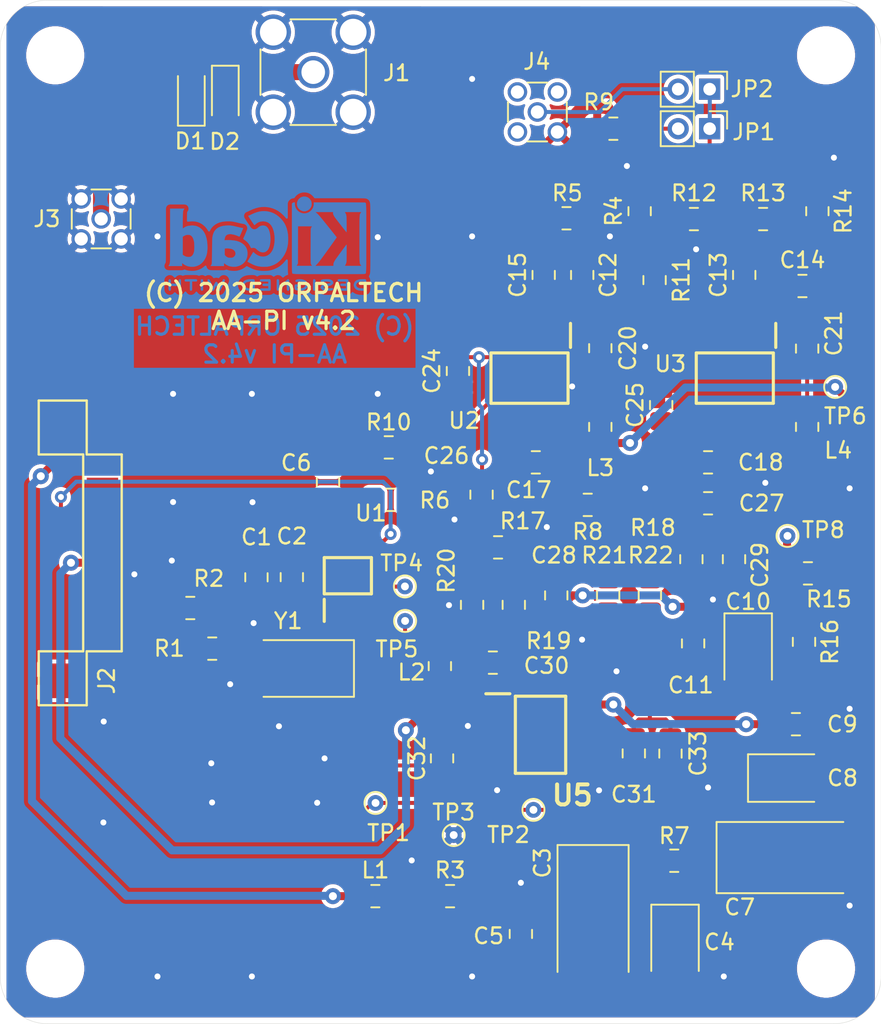
<source format=kicad_pcb>
(kicad_pcb (version 20241229) (generator "pcbnew") (generator_version "9.0")
  (title_block (title "AA-PI Radio Board") (date "2025-05-20") (rev "v4.2") (company "ORPALTECH") (comment 1 "2025"))
  (layers (0 "F.Cu" signal) (2 "B.Cu" signal) (13 "F.Paste" user) (15 "B.Paste" user) (5 "F.SilkS" user "F.Silkscreen") (7 "B.SilkS" user "B.Silkscreen") (1 "F.Mask" user) (3 "B.Mask" user) (25 "Edge.Cuts" user))
  (net 0 "")
  (net 1 "GND")
  (net 2 "/VDD_3V3")
  (net 3 "+5V")
  (net 4 "+2V5")
  (net 5 "VI")
  (net 6 "VV")
  (net 7 "Net-(U1-CLK0)")
  (net 8 "Net-(U2-IN_A)")
  (net 9 "+3V3")
  (net 10 "Net-(U3-IN_B)")
  (net 11 "Net-(U3-IN_A)")
  (net 12 "Net-(U2-IN_B)")
  (net 13 "Net-(C27-Pad2)")
  (net 14 "Net-(C28-Pad1)")
  (net 15 "OUT_VI")
  (net 16 "OUT_VV")
  (net 17 "Net-(U2-OSC_B)")
  (net 18 "I2C_SCL")
  (net 19 "I2C_SDA")
  (net 20 "Net-(U3-OSC_B)")
  (net 21 "Net-(U2-VCC)")
  (net 22 "Net-(R10-Pad2)")
  (net 23 "Net-(U3-VCC)")
  (net 24 "Net-(U2-OUT_A)")
  (net 25 "Net-(U3-OUT_B)")
  (net 26 "Net-(U5A--)")
  (net 27 "Net-(U5B--)")
  (net 28 "/RADIO_IN")
  (net 29 "/CLK_ADC")
  (net 30 "Net-(J4-In)")
  (net 31 "Net-(U1-CLK1)")
  (net 32 "Net-(C30-Pad2)")
  (net 33 "Net-(U1-XB)")
  (net 34 "Net-(U1-XA)")
  (net 35 "Net-(C31-Pad2)")
  (net 36 "Net-(C29-Pad1)")
  (net 37 "Net-(C26-Pad2)")
  (net 38 "Net-(R12-Pad2)")
  (net 39 "Net-(C17-Pad2)")
  (net 40 "Net-(C6-Pad2)")
  (net 41 "Net-(C3-Pad1)")
  (net 42 "Net-(L1-Pad2)")
  (net 43 "/V_IN")
  (net 48 "Net-(JP1-A)")
  (net 49 "Net-(JP1-B)")
  (footprint "AA-PI-Footprints:C_0805_2012Metric_Pad1.15x1.40mm_HandSolder" (layer "F.Cu") (at 116.29 111.65 90)
    (property "Reference" "C1")
    (property "Value" "100p" (hide yes))
  )
  (footprint "AA-PI-Footprints:C_0805_2012Metric_Pad1.15x1.40mm_HandSolder" (layer "F.Cu") (at 118.54 111.64 90)
    (property "Reference" "C2")
    (property "Value" "100n" (hide yes))
  )
  (footprint "AA-PI-Footprints:CP_EIA-7343-31_Kemet-D" (layer "F.Cu") (at 137.69 133.0625 -90)
    (property "Reference" "C3")
    (property "Value" "100u" (hide yes))
  )
  (footprint "AA-PI-Footprints:C_0805_2012Metric_Pad1.15x1.40mm_HandSolder" (layer "F.Cu") (at 120.84 105.61 90)
    (property "Reference" "C6")
    (property "Value" "100n" (hide yes))
  )
  (footprint "AA-PI-Footprints:C_0805_2012Metric_Pad1.15x1.40mm_HandSolder" (layer "F.Cu") (at 150.585 120.98)
    (property "Reference" "C9")
    (property "Value" "100n" (hide yes))
  )
  (footprint "AA-PI-Footprints:C_0805_2012Metric_Pad1.15x1.40mm_HandSolder" (layer "F.Cu") (at 144.05 115.85 -90)
    (property "Reference" "C11")
    (property "Value" "100n" (hide yes))
  )
  (footprint "AA-PI-Footprints:C_0805_2012Metric_Pad1.15x1.40mm_HandSolder" (layer "F.Cu") (at 151 93.15 180)
    (property "Reference" "C14")
    (property "Value" "100n" (hide yes))
  )
  (footprint "AA-PI-Footprints:C_0805_2012Metric_Pad1.15x1.40mm_HandSolder" (layer "F.Cu") (at 134.55 92.45 90)
    (property "Reference" "C15")
    (property "Value" "100n" (hide yes))
  )
  (footprint "AA-PI-Footprints:C_0805_2012Metric_Pad1.15x1.40mm_HandSolder" (layer "F.Cu") (at 134.05 104.35)
    (property "Reference" "C17")
    (property "Value" "10n" (hide yes))
  )
  (footprint "AA-PI-Footprints:C_0805_2012Metric_Pad1.15x1.40mm_HandSolder" (layer "F.Cu") (at 145 104.35)
    (property "Reference" "C18")
    (property "Value" "10n" (hide yes))
  )
  (footprint "AA-PI-Footprints:C_0805_2012Metric_Pad1.15x1.40mm_HandSolder" (layer "F.Cu") (at 138.15 97.1 90)
    (property "Reference" "C20")
    (property "Value" "100n" (hide yes))
  )
  (footprint "AA-PI-Footprints:C_0805_2012Metric_Pad1.15x1.40mm_HandSolder" (layer "F.Cu") (at 151.3 97.125 90)
    (property "Reference" "C21")
    (property "Value" "100n" (hide yes))
  )
  (footprint "AA-PI-Footprints:C_0805_2012Metric_Pad1.15x1.40mm_HandSolder" (layer "F.Cu") (at 129.1 98.55 -90)
    (property "Reference" "C24")
    (property "Value" "300p" (hide yes))
  )
  (footprint "AA-PI-Footprints:C_0805_2012Metric_Pad1.15x1.40mm_HandSolder" (layer "F.Cu") (at 142.02 100.71 90)
    (property "Reference" "C25")
    (property "Value" "300p" (hide yes))
  )
  (footprint "AA-PI-Footprints:C_0805_2012Metric_Pad1.15x1.40mm_HandSolder" (layer "F.Cu") (at 130.6 106.4 -90)
    (property "Reference" "C26")
    (property "Value" "100n" (hide yes))
  )
  (footprint "AA-PI-Footprints:C_0805_2012Metric_Pad1.15x1.40mm_HandSolder" (layer "F.Cu") (at 145 106.95 180)
    (property "Reference" "C27")
    (property "Value" "100n" (hide yes))
  )
  (footprint "AA-PI-Footprints:D_SOD-323_HandSoldering" (layer "F.Cu") (at 112.15 81.07 90)
    (property "Reference" "D1")
    (property "Value" "4148" (hide yes))
  )
  (footprint "AA-PI-Footprints:D_SOD-323_HandSoldering" (layer "F.Cu") (at 114.31 81.06 -90)
    (property "Reference" "D2")
    (property "Value" "4148" (hide yes))
  )
  (footprint "AA-PI-Footprints:1.25-AB-SMT-10pin-Vertical" (layer "F.Cu") (at 106.5 110.1 -90)
    (property "Reference" "J2")
    (property "Value" "Main Board")
  )
  (footprint "AA-PI-Footprints:L_0805_2012Metric_Pad1.15x1.40mm_HandSolder" (layer "F.Cu") (at 123.85 131.9)
    (property "Reference" "L1")
    (property "Value" "0.5" (hide yes))
  )
  (footprint "AA-PI-Footprints:L_0805_2012Metric_Pad1.15x1.40mm_HandSolder" (layer "F.Cu") (at 127.95 117.29 90)
    (property "Reference" "L2")
    (property "Value" "0.5" (hide yes))
  )
  (footprint "AA-PI-Footprints:L_0805_2012Metric_Pad1.15x1.40mm_HandSolder" (layer "F.Cu") (at 138.15 102.1 90)
    (property "Reference" "L3")
    (property "Value" "0.5" (hide yes))
  )
  (footprint "AA-PI-Footprints:R_0805_2012Metric_Pad1.15x1.40mm_HandSolder" (layer "F.Cu") (at 113.48 116.18)
    (property "Reference" "R1")
    (property "Value" "10K" (hide yes))
  )
  (footprint "AA-PI-Footprints:R_0805_2012Metric_Pad1.15x1.40mm_HandSolder" (layer "F.Cu") (at 112.085 113.6)
    (property "Reference" "R2")
    (property "Value" "10K" (hide yes))
  )
  (footprint "AA-PI-Footprints:R_0805_2012Metric_Pad1.15x1.40mm_HandSolder" (layer "F.Cu") (at 128.6 131.9)
    (property "Reference" "R3")
    (property "Value" "12" (hide yes))
  )
  (footprint "AA-PI-Footprints:R_0805_2012Metric_Pad1.15x1.40mm_HandSolder" (layer "F.Cu") (at 140.65 88.4 90)
    (property "Reference" "R4")
    (property "Value" "200" (hide yes))
  )
  (footprint "AA-PI-Footprints:R_0805_2012Metric_Pad1.15x1.40mm_HandSolder" (layer "F.Cu") (at 136 88.85 180)
    (property "Reference" "R5")
    (property "Value" "5.1" (hide yes))
  )
  (footprint "AA-PI-Footprints:R_0805_2012Metric_Pad1.15x1.40mm_HandSolder" (layer "F.Cu") (at 124.82 106.73)
    (property "Reference" "R6")
    (property "Value" "1.5K" (hide yes))
  )
  (footprint "AA-PI-Footprints:R_0805_2012Metric_Pad1.15x1.40mm_HandSolder" (layer "F.Cu") (at 142.85 129.65)
    (property "Reference" "R7")
    (property "Value" "10" (hide yes))
  )
  (footprint "AA-PI-Footprints:R_0805_2012Metric_Pad1.15x1.40mm_HandSolder" (layer "F.Cu") (at 137.35 107.05)
    (property "Reference" "R8")
    (property "Value" "51" (hide yes))
  )
  (footprint "AA-PI-Footprints:R_0805_2012Metric_Pad1.15x1.40mm_HandSolder" (layer "F.Cu") (at 124.7 103.4)
    (property "Reference" "R10")
    (property "Value" "510" (hide yes))
  )
  (footprint "AA-PI-Footprints:R_0805_2012Metric_Pad1.15x1.40mm_HandSolder" (layer "F.Cu") (at 141.6 92.775 90)
    (property "Reference" "R11")
    (property "Value" "51" (hide yes))
  )
  (footprint "AA-PI-Footprints:R_0805_2012Metric_Pad1.15x1.40mm_HandSolder" (layer "F.Cu") (at 144.1 88.9)
    (property "Reference" "R12")
    (property "Value" "200" (hide yes))
  )
  (footprint "AA-PI-Footprints:R_0805_2012Metric_Pad1.15x1.40mm_HandSolder" (layer "F.Cu") (at 148.5 88.9)
    (property "Reference" "R13")
    (property "Value" "51" (hide yes))
  )
  (footprint "AA-PI-Footprints:R_0805_2012Metric_Pad1.15x1.40mm_HandSolder" (layer "F.Cu") (at 151.95 88.4 -90)
    (property "Reference" "R14")
    (property "Value" "5.1" (hide yes))
  )
  (footprint "AA-PI-Footprints:R_0805_2012Metric_Pad1.15x1.40mm_HandSolder" (layer "F.Cu") (at 151.35 111.4 180)
    (property "Reference" "R15")
    (property "Value" "3.3K" (hide yes))
  )
  (footprint "AA-PI-Footprints:R_0805_2012Metric_Pad1.15x1.40mm_HandSolder" (layer "F.Cu") (at 151.1 115.75 -90)
    (property "Reference" "R16")
    (property "Value" "3.3K" (hide yes))
  )
  (footprint "AA-PI-Footprints:R_0805_2012Metric_Pad1.15x1.40mm_HandSolder" (layer "F.Cu") (at 131.65 109.75)
    (property "Reference" "R17")
    (property "Value" "12K" (hide yes))
  )
  (footprint "AA-PI-Footprints:R_0805_2012Metric_Pad1.15x1.40mm_HandSolder" (layer "F.Cu") (at 143.94 110.5 -90)
    (property "Reference" "R18")
    (property "Value" "12K" (hide yes))
  )
  (footprint "AA-PI-Footprints:R_0805_2012Metric_Pad1.15x1.40mm_HandSolder" (layer "F.Cu") (at 132.65 113.4 -90)
    (property "Reference" "R19")
    (property "Value" "12K" (hide yes))
  )
  (footprint "AA-PI-Footprints:R_0805_2012Metric_Pad1.15x1.40mm_HandSolder" (layer "F.Cu") (at 130 113.4 -90)
    (property "Reference" "R20")
    (property "Value" "75K" (hide yes))
  )
  (footprint "AA-PI-Footprints:SOP50P490X110-10N" (layer "F.Cu") (at 122.1 111.55 90)
    (property "Reference" "U1")
    (property "Value" "Si5351A" (hide yes))
  )
  (footprint "AA-PI-Footprints:SOIC127P600X175-8N" (layer "F.Cu") (at 133.65 99 -90)
    (property "Reference" "U2")
    (property "Value" "SA612A" (hide yes))
  )
  (footprint "AA-PI-Footprints:SOIC127P600X175-8N" (layer "F.Cu") (at 146.7 99 -90)
    (property "Reference" "U3")
    (property "Value" "SA612A" (hide yes))
  )
  (footprint "AA-PI-Footprints:Crystal_SMD_5032-2Pin_5.0x3.2mm" (layer "F.Cu") (at 119.44 117.44 180)
    (property "Reference" "Y1")
    (property "Value" "27M" (hide yes))
  )
  (footprint "AA-PI-Footprints:L_0805_2012Metric_Pad1.15x1.40mm_HandSolder" (layer "F.Cu") (at 151.3 102.1 90)
    (property "Reference" "L4")
    (property "Value" "0.5" (hide yes))
  )
  (footprint "AA-PI-Footprints:C_0805_2012Metric_Pad1.15x1.40mm_HandSolder" (layer "F.Cu") (at 140.28 122.835 90)
    (property "Reference" "C31")
    (property "Value" "82p" (hide yes))
  )
  (footprint "AA-PI-Footprints:C_0805_2012Metric_Pad1.15x1.40mm_HandSolder" (layer "F.Cu") (at 131.32 117.07 180)
    (property "Reference" "C30")
    (property "Value" "82p" (hide yes))
  )
  (footprint "AA-PI-Footprints:C_0805_2012Metric_Pad1.15x1.40mm_HandSolder" (layer "F.Cu") (at 146.65 110.5 -90)
    (property "Reference" "C29")
    (property "Value" "1n" (hide yes))
  )
  (footprint "AA-PI-Footprints:C_0805_2012Metric_Pad1.15x1.40mm_HandSolder" (layer "F.Cu") (at 133.1 134.3 -90)
    (property "Reference" "C5")
    (property "Value" "100n" (hide yes))
  )
  (footprint "AA-PI-Footprints:C_0805_2012Metric_Pad1.15x1.40mm_HandSolder" (layer "F.Cu") (at 147.3 92.45 -90)
    (property "Reference" "C13")
    (property "Value" "100n" (hide yes))
  )
  (footprint "AA-PI-Footprints:CP_EIA-7343-31_Kemet-D" (layer "F.Cu") (at 149.95 129.45)
    (property "Reference" "C7")
    (property "Value" "100u" (hide yes))
  )
  (footprint "AA-PI-Footprints:CP_EIA-3528-21_Kemet-B" (layer "F.Cu") (at 147.55 116.4 -90)
    (property "Reference" "C10")
    (property "Value" "10u" (hide yes))
  )
  (footprint "AA-PI-Footprints:CP_EIA-3528-21_Kemet-B" (layer "F.Cu") (at 142.9 134.9 -90)
    (property "Reference" "C4")
    (property "Value" "47u" (hide yes))
  )
  (footprint "AA-PI-Footprints:CP_EIA-3528-21_Kemet-B" (layer "F.Cu") (at 150 124.4)
    (property "Reference" "C8")
    (property "Value" "22u" (hide yes))
  )
  (footprint "AA-PI-Footprints:C_0805_2012Metric_Pad1.15x1.40mm_HandSolder" (layer "F.Cu") (at 137 92.45 -90)
    (property "Reference" "C12")
    (property "Value" "100n" (hide yes))
  )
  (footprint "AA-PI-Footprints:MMCX_Molex_73415-1471_Vertical" (layer "F.Cu") (at 106.42 88.89)
    (property "Reference" "J3")
    (property "Value" "INDUCT" (hide yes))
  )
  (footprint "AA-PI-Footprints:MMCX_Molex_73415-1471_Vertical" (layer "F.Cu") (at 134.15 82.1)
    (property "Reference" "J4")
    (property "Value" "INDUCT" (hide yes))
  )
  (footprint "AA-PI-Footprints:C_0805_2012Metric_Pad1.15x1.40mm_HandSolder" (layer "F.Cu") (at 128.09 123.15 -90)
    (property "Reference" "C32")
    (property "Value" "10u" (hide yes))
  )
  (footprint "AA-PI-Footprints:C_0805_2012Metric_Pad1.15x1.40mm_HandSolder" (layer "F.Cu") (at 142.61 122.845 -90)
    (property "Reference" "C33")
    (property "Value" "10u" (hide yes))
  )
  (footprint "AA-PI-Footprints:C_0805_2012Metric_Pad1.15x1.40mm_HandSolder" (layer "F.Cu") (at 135.35 112.8 -90)
    (property "Reference" "C28")
    (property "Value" "1n" (hide yes))
  )
  (footprint "AA-PI-Footprints:R_0805_2012Metric_Pad1.15x1.40mm_HandSolder" (layer "F.Cu") (at 141.3 112.8 -90)
    (property "Reference" "R22")
    (property "Value" "75K" (hide yes))
  )
  (footprint "AA-PI-Footprints:R_0805_2012Metric_Pad1.15x1.40mm_HandSolder" (layer "F.Cu") (at 138.65 112.8 -90)
    (property "Reference" "R21")
    (property "Value" "12K" (hide yes))
  )
  (footprint "AA-PI-Footprints:R_0805_2012Metric_Pad1.15x1.40mm_HandSolder" (layer "F.Cu") (at 138.98 83.16 180)
    (property "Reference" "R9")
    (property "Value" "51" (hide yes))
  )
  (footprint "MountingHole:MountingHole_3.2mm_M3_DIN965" (layer "F.Cu") (at 103.5 78.5)
    (property "Reference" "MH1" (hide yes))
    (property "Value" "MountingHole_3.2mm_M3_DIN965" (hide yes))
  )
  (footprint "MountingHole:MountingHole_3.2mm_M3_DIN965" (layer "F.Cu") (at 152.5 78.5)
    (property "Reference" "MH2" (hide yes))
    (property "Value" "MountingHole_3.2mm_M3_DIN965" (hide yes))
  )
  (footprint "MountingHole:MountingHole_3.2mm_M3_DIN965" (layer "F.Cu") (at 103.5 136.5)
    (property "Reference" "MH3" (hide yes))
    (property "Value" "MountingHole_3.2mm_M3_DIN965" (hide yes))
  )
  (footprint "MountingHole:MountingHole_3.2mm_M3_DIN965" (layer "F.Cu") (at 152.5 136.5)
    (property "Reference" "MH4" (hide yes))
    (property "Value" "MountingHole_3.2mm_M3_DIN965" (hide yes))
  )
  (footprint "AA-PI-Footprints:SMA_Amphenol_901-144_Vertical" (layer "F.Cu") (at 119.9 79.57)
    (property "Reference" "J1")
    (property "Value" "ANT-IN")
  )
  (footprint "AA-PI-Footprints:SOIC127P600X175-8N" (layer "F.Cu") (at 134.35 121.65)
    (property "Reference" "U5")
    (property "Value" "MC4558" (hide yes))
  )
  (footprint "AA-PI-Footprints:TestPoint_THTPad_D1.0mm_Drill0.5mm" (layer "F.Cu") (at 125.74 114.42)
    (property "Reference" "TP5")
    (property "Value" "TestPoint" (hide yes))
  )
  (footprint "AA-PI-Footprints:PinHeader_1x02_P2.00mm_Vertical" (layer "F.Cu") (at 145.1 80.65 -90)
    (property "Reference" "JP2")
    (property "Value" "WORK")
  )
  (footprint "AA-PI-Footprints:TestPoint_THTPad_D1.0mm_Drill0.5mm" (layer "F.Cu") (at 125.73 112.23)
    (property "Reference" "TP4")
    (property "Value" "TestPoint" (hide yes))
  )
  (footprint "AA-PI-Footprints:TestPoint_THTPad_D1.0mm_Drill0.5mm" (layer "F.Cu") (at 153.08 99.56)
    (property "Reference" "TP6")
    (property "Value" "TestPoint" (hide yes))
  )
  (footprint "AA-PI-Footprints:TestPoint_THTPad_D1.0mm_Drill0.5mm" (layer "F.Cu") (at 150.05 109.02)
    (property "Reference" "TP8")
    (property "Value" "TestPoint" (hide yes))
  )
  (footprint "AA-PI-Footprints:TestPoint_THTPad_D1.0mm_Drill0.5mm" (layer "F.Cu") (at 123.86 125.98)
    (property "Reference" "TP1")
    (property "Value" "TestPoint" (hide yes))
  )
  (footprint "AA-PI-Footprints:TestPoint_THTPad_D1.0mm_Drill0.5mm" (layer "F.Cu") (at 128.83 128.02)
    (property "Reference" "TP3")
    (property "Value" "TestPoint" (hide yes))
  )
  (footprint "AA-PI-Footprints:PinHeader_1x02_P2.00mm_Vertical" (layer "F.Cu") (at 145.1 83.16 -90)
    (property "Reference" "JP1")
    (property "Value" "HWCAL")
  )
  (footprint "AA-PI-Footprints:TestPoint_THTPad_D1.0mm_Drill0.5mm" (layer "F.Cu") (at 133.9 126.42)
    (property "Reference" "TP2")
    (property "Value" "TestPoint" (hide yes))
  )
  (footprint "Symbol:KiCad-Logo2_5mm_Copper" (layer "B.Cu") (at 116.99 90.45 180)
    (property "Reference" "REF**" (hide yes))
    (property "Value" "KiCad-Logo2_5mm_Copper" (hide yes))
  )
  (gr_arc (start 100 78) (mid 100.87868 75.87868) (end 103 75) (stroke (width 0.0254)) (layer "Edge.Cuts"))
  (gr_arc (start 103 140) (mid 100.87868 139.12132) (end 100 137) (stroke (width 0.0254)) (layer "Edge.Cuts"))
  (gr_line (start 156 137) (end 156 78) (stroke (width 0.0254)) (layer "Edge.Cuts"))
  (gr_line (start 100 78) (end 100 137) (stroke (width 0.0254)) (layer "Edge.Cuts"))
  (gr_arc (start 153 75) (mid 155.12132 75.87868) (end 156 78) (stroke (width 0.0254)) (layer "Edge.Cuts"))
  (gr_arc (start 156 137) (mid 155.12132 139.12132) (end 153 140) (stroke (width 0.0254)) (layer "Edge.Cuts"))
  (gr_line (start 153 75) (end 103 75) (stroke (width 0.0254)) (layer "Edge.Cuts"))
  (gr_line (start 103 140) (end 153 140) (stroke (width 0.0254)) (layer "Edge.Cuts"))
  (gr_text "(C) ${COMMENT1} ${COMPANY}\nAA-PI ${REVISION}" (at 117.45 96.6 0) (layer "B.Cu") (effects (font (size 1.1 1.1) (thickness 0.2)) (justify mirror)))
  (gr_text "(C) ${COMMENT1} ${COMPANY}\nAA-PI ${REVISION}" (at 118.02 94.47 0) (layer "F.SilkS") (effects (font (size 1.1 1.1) (thickness 0.2))))
  (segment (start 146.065 96.288) (end 146.288 96.511) (width 0.254) (layer "F.Cu") (net 1))
  (segment (start 133.015 97.3261) (end 133.015 96.288) (width 0.254) (layer "F.Cu") (net 1))
  (segment (start 151.95 89.425) (end 151.6782 89.874) (width 0.254) (layer "F.Cu") (net 1))
  (segment (start 103.9 118.225) (end 103.88 118.205) (width 0.254) (layer "F.Cu") (net 1))
  (segment (start 141.6 93.8) (end 141.65 93.85) (width 0.254) (layer "F.Cu") (net 1))
  (segment (start 129.1 99.575) (end 129.155 99.52) (width 0.254) (layer "F.Cu") (net 1))
  (segment (start 106.485 105.71) (end 106.5 105.725) (width 0.254) (layer "F.Cu") (net 1))
  (segment (start 152.025 93.15) (end 152.025 93.6597) (width 0.254) (layer "F.Cu") (net 1))
  (segment (start 151.32 96.12) (end 151.3 96.1) (width 0.254) (layer "F.Cu") (net 1))
  (segment (start 133.238 95.6525) (end 133.015 96.288) (width 0.254) (layer "F.Cu") (net 1))
  (segment (start 151.6782 89.874) (end 152.03 89.874) (width 0.254) (layer "F.Cu") (net 1))
  (segment (start 146.065 96.288) (end 146.07 96.283) (width 0.254) (layer "F.Cu") (net 1))
  (segment (start 105.06 90.25) (end 105.06 90.17) (width 0.254) (layer "F.Cu") (net 1))
  (segment (start 134.66 91.315) (end 134.55 91.425) (width 0.254) (layer "F.Cu") (net 1))
  (segment (start 147.55 117.9375) (end 147.5125 117.9) (width 0.254) (layer "F.Cu") (net 1))
  (segment (start 146.07 96.283) (end 146.07 95.8805) (width 0.254) (layer "F.Cu") (net 1))
  (segment (start 134.875 88.95) (end 134.975 88.85) (width 0.254) (layer "F.Cu") (net 1))
  (segment (start 129.155 99.52) (end 131.639999 99.52) (width 0.254) (layer "F.Cu") (net 1))
  (segment (start 134.975 88.85) (end 135.0218 89.424) (width 0.254) (layer "F.Cu") (net 1))
  (segment (start 133.03 98.129999) (end 133.03 97.3411) (width 0.254) (layer "F.Cu") (net 1))
  (segment (start 103.87 118.255) (end 103.9 118.225) (width 0.254) (layer "F.Cu") (net 1))
  (segment (start 144.05 117.2218) (end 144.05 116.875) (width 0.254) (layer "F.Cu") (net 1))
  (segment (start 103.9 118.225) (end 104.9919 117.252) (width 0.254) (layer "F.Cu") (net 1))
  (segment (start 152.025 93.6597) (end 152.09 93.7247) (width 0.254) (layer "F.Cu") (net 1))
  (segment (start 151.39 96.01) (end 151.3 96.1) (width 0.254) (layer "F.Cu") (net 1))
  (segment (start 103.9 101.975) (end 104.9919 102.948) (width 0.254) (layer "F.Cu") (net 1))
  (segment (start 134.55 91.425) (end 134.495 91.37) (width 0.254) (layer "F.Cu") (net 1))
  (segment (start 133.03 97.3411) (end 133.015 97.3261) (width 0.254) (layer "F.Cu") (net 1))
  (segment (start 103.9 118.225) (end 105.073 117.252) (width 0.254) (layer "F.Cu") (net 1))
  (segment (start 131.639999 99.52) (end 133.03 98.129999) (width 0.254) (layer "F.Cu") (net 1))
  (segment (start 152.03 93.145) (end 152.025 93.15) (width 0.254) (layer "F.Cu") (net 1))
  (segment (start 146.07 95.8805) (end 146.06 95.8705) (width 0.254) (layer "F.Cu") (net 1))
  (via (at 130 90) (size 0.762) (drill 0.381) (layers "F.Cu" "B.Cu") (net 1))
  (via (at 130 80) (size 0.762) (drill 0.381) (layers "F.Cu" "B.Cu") (net 1))
  (via (at 110.99 100) (size 0.762) (drill 0.381) (layers "F.Cu" "B.Cu") (net 1))
  (via (at 116 100) (size 0.762) (drill 0.381) (layers "F.Cu" "B.Cu") (net 1))
  (via (at 110.99 106.87) (size 0.762) (drill 0.381) (layers "F.Cu" "B.Cu") (net 1))
  (via (at 106.58 120.81) (size 0.762) (drill 0.381) (layers "F.Cu" "B.Cu") (net 1))
  (via (at 116.04 106.88) (size 0.762) (drill 0.381) (layers "F.Cu" "B.Cu") (net 1))
  (via (at 110 137) (size 0.762) (drill 0.381) (layers "F.Cu" "B.Cu") (net 1))
  (via (at 116 137) (size 0.762) (drill 0.381) (layers "F.Cu" "B.Cu") (net 1))
  (via (at 130 137) (size 0.762) (drill 0.381) (layers "F.Cu" "B.Cu") (net 1))
  (via (at 153 85) (size 0.762) (drill 0.381) (layers "F.Cu" "B.Cu") (net 1))
  (via (at 154 120) (size 0.762) (drill 0.381) (layers "F.Cu" "B.Cu") (net 1))
  (via (at 154 132.5) (size 0.762) (drill 0.381) (layers "F.Cu" "B.Cu") (net 1))
  (via (at 154 106) (size 0.762) (drill 0.381) (layers "F.Cu" "B.Cu") (net 1))
  (via (at 116.11 114.56) (size 0.762) (drill 0.381) (layers "F.Cu" "B.Cu") (net 1))
  (via (at 133.1 131.05) (size 0.762) (drill 0.381) (layers "F.Cu" "B.Cu") (net 1))
  (via (at 148.64 105.65) (size 0.762) (drill 0.381) (layers "F.Cu" "B.Cu") (net 1))
  (via (at 146 137) (size 0.762) (drill 0.381) (layers "F.Cu" "B.Cu") (net 1))
  (via (at 145 125) (size 0.762) (drill 0.381) (layers "F.Cu" "B.Cu") (net 1))
  (via (at 136.36 99.53) (size 0.762) (drill 0.381) (layers "F.Cu" "B.Cu") (net 1))
  (via (at 124 100) (size 0.762) (drill 0.381) (layers "F.Cu" "B.Cu") (net 1))
  (via (at 127.38 104.93) (size 0.762) (drill 0.381) (layers "F.Cu" "B.Cu") (net 1))
  (via (at 113.42 123.46) (size 0.762) (drill 0.381) (layers "F.Cu" "B.Cu") (net 1))
  (via (at 141 106) (size 0.762) (drill 0.381) (layers "F.Cu" "B.Cu") (net 1))
  (via (at 141 97) (size 0.762) (drill 0.381) (layers "F.Cu" "B.Cu") (net 1))
  (via (at 138.76 90) (size 0.762) (drill 0.381) (layers "F.Cu" "B.Cu") (net 1))
  (via (at 124 90.05) (size 0.762) (drill 0.381) (layers "F.Cu" "B.Cu") (net 1))
  (via (at 128.53 113.42) (size 0.762) (drill 0.381) (layers "F.Cu" "B.Cu") (net 1))
  (via (at 120.15 125.97) (size 0.762) (drill 0.381) (layers "F.Cu" "B.Cu") (net 1))
  (via (at 120.62 123.15) (size 0.762) (drill 0.381) (layers "F.Cu" "B.Cu") (net 1))
  (via (at 106.56 127.22) (size 0.762) (drill 0.381) (layers "F.Cu" "B.Cu") (net 1))
  (via (at 134.75 108.46) (size 0.762) (drill 0.381) (layers "F.Cu" "B.Cu") (net 1))
  (via (at 114.62 118.44) (size 0.762) (drill 0.381) (layers "F.Cu" "B.Cu") (net 1))
  (via (at 144.24 90.82) (size 0.762) (drill 0.381) (layers "F.Cu" "B.Cu") (net 1))
  (via (at 136.99 115.61) (size 0.762) (drill 0.381) (layers "F.Cu" "B.Cu") (net 1))
  (via (at 128.88 107.98) (size 0.762) (drill 0.381) (layers "F.Cu" "B.Cu") (net 1))
  (via (at 110.91 110.59) (size 0.762) (drill 0.381) (layers "F.Cu" "B.Cu") (net 1))
  (via (at 117.72 121.11) (size 0.762) (drill 0.381) (layers "F.Cu" "B.Cu") (net 1))
  (via (at 139.18 117.62) (size 0.762) (drill 0.381) (layers "F.Cu" "B.Cu") (net 1))
  (via (at 113.47 125.95) (size 0.762) (drill 0.381) (layers "F.Cu" "B.Cu") (net 1))
  (via (at 126.16 129.63) (size 0.762) (drill 0.381) (layers "F.Cu" "B.Cu") (net 1))
  (via (at 139.84 85.53) (size 0.762) (drill 0.381) (layers "F.Cu" "B.Cu") (net 1))
  (via (at 129.73 121.09) (size 0.762) (drill 0.381) (layers "F.Cu" "B.Cu") (net 1))
  (via (at 131.59 125.17) (size 0.762) (drill 0.381) (layers "F.Cu" "B.Cu") (net 1))
  (via (at 108.53 111.46) (size 0.762) (drill 0.381) (layers "F.Cu" "B.Cu") (net 1))
  (via (at 110 90) (size 0.762) (drill 0.381) (layers "F.Cu" "B.Cu") (net 1))
  (via (at 138.07 125.18) (size 0.762) (drill 0.381) (layers "F.Cu" "B.Cu") (net 1))
  (via (at 145.31 113.06) (size 0.762) (drill 0.381) (layers "F.Cu" "B.Cu") (net 1))
  (segment (start 121.077 112.68) (end 121.1 113.75) (width 0.254) (layer "F.Cu") (net 2))
  (segment (start 123.85 111.17) (end 124.51 110.51) (width 0.254) (layer "F.Cu") (net 2))
  (segment (start 121.119799 112.785839) (end 121.123 112.782638) (width 0.254) (layer "F.Cu") (net 2))
  (segment (start 122.6 111.17) (end 122.6 109.35) (width 0.254) (layer "F.Cu") (net 2))
  (segment (start 121.123 112.782638) (end 121.123 111.827) (width 0.254) (layer "F.Cu") (net 2))
  (segment (start 114.94 112.68) (end 121.077 112.68) (width 0.254) (layer "F.Cu") (net 2))
  (segment (start 114.44 113.6) (end 114.49 113.55) (width 0.254) (layer "F.Cu") (net 2))
  (segment (start 121.123 111.827) (end 121.78 111.17) (width 0.254) (layer "F.Cu") (net 2))
  (segment (start 126.76 110.51) (end 127.46 111.21) (width 0.254) (layer "F.Cu") (net 2))
  (segment (start 118.525 112.68) (end 118.54 112.665) (width 0.254) (layer "F.Cu") (net 2))
  (segment (start 113.11 113.6) (end 114.44 113.6) (width 0.254) (layer "F.Cu") (net 2))
  (segment (start 127.46 111.21) (end 127.46 114.53) (width 0.254) (layer "F.Cu") (net 2))
  (segment (start 114.47 113.57) (end 114.49 113.55) (width 0.254) (layer "F.Cu") (net 2))
  (segment (start 121.1 113.75) (end 121.119799 113.256747) (width 0.254) (layer "F.Cu") (net 2))
  (segment (start 114.49 113.55) (end 114.49 113.13) (width 0.254) (layer "F.Cu") (net 2))
  (segment (start 121.119799 113.256747) (end 121.119799 112.785839) (width 0.254) (layer "F.Cu") (net 2))
  (segment (start 127.95 115.02) (end 127.95 116.265) (width 0.254) (layer "F.Cu") (net 2))
  (segment (start 114.49 113.55) (end 114.505 113.565) (width 0.254) (layer "F.Cu") (net 2))
  (segment (start 121.78 111.17) (end 122.6 111.17) (width 0.254) (layer "F.Cu") (net 2))
  (segment (start 122.577 109.923) (end 122.6 109.35) (width 0.254) (layer "F.Cu") (net 2))
  (segment (start 124.51 110.51) (end 126.76 110.51) (width 0.254) (layer "F.Cu") (net 2))
  (segment (start 114.505 113.565) (end 114.505 116.18) (width 0.254) (layer "F.Cu") (net 2))
  (segment (start 122.6 111.17) (end 123.85 111.17) (width 0.254) (layer "F.Cu") (net 2))
  (segment (start 127.46 114.53) (end 127.95 115.02) (width 0.254) (layer "F.Cu") (net 2))
  (segment (start 114.49 113.13) (end 114.94 112.68) (width 0.254) (layer "F.Cu") (net 2))
  (segment (start 153.25 111.4) (end 152.375 111.4) (width 0.508) (layer "F.Cu") (net 3))
  (segment (start 148.4625 124.4) (end 148.4625 126.1675) (width 0.508) (layer "F.Cu") (net 3))
  (segment (start 149.56 120.98) (end 148.46 120.98) (width 0.508) (layer "F.Cu") (net 3))
  (segment (start 151.3 103.125) (end 153.165 103.125) (width 0.508) (layer "F.Cu") (net 3))
  (segment (start 153.74 102.55) (end 153.74 100.22) (width 0.508) (layer "F.Cu") (net 3))
  (segment (start 151.36 107.47) (end 152.375 108.485) (width 0.508) (layer "F.Cu") (net 3))
  (segment (start 147.49 126.56) (end 146.8375 127.2125) (width 0.508) (layer "F.Cu") (net 3))
  (segment (start 150.57 118.78) (end 152.77 118.78) (width 0.508) (layer "F.Cu") (net 3))
  (segment (start 151.3 103.125) (end 151.36 103.185) (width 0.508) (layer "F.Cu") (net 3))
  (segment (start 148.4625 120.9825) (end 148.46 120.98) (width 0.508) (layer "F.Cu") (net 3))
  (segment (start 148.4625 126.1675) (end 148.07 126.56) (width 0.508) (layer "F.Cu") (net 3))
  (segment (start 137.062 119.745) (end 137.077 119.73) (width 0.508) (layer "F.Cu") (net 3))
  (segment (start 148.46 120.98) (end 147.42 120.98) (width 0.508) (layer "F.Cu") (net 3))
  (segment (start 153.56 111.71) (end 153.25 111.4) (width 0.508) (layer "F.Cu") (net 3))
  (segment (start 140.04 103.12) (end 140.035 103.125) (width 0.508) (layer "F.Cu") (net 3))
  (segment (start 153.165 103.125) (end 153.74 102.55) (width 0.508) (layer "F.Cu") (net 3))
  (segment (start 152.49 111.515) (end 152.375 111.4) (width 0.508) (layer "F.Cu") (net 3))
  (segment (start 148.07 126.56) (end 147.49 126.56) (width 0.508) (layer "F.Cu") (net 3))
  (segment (start 137.077 119.73) (end 138.98 119.73) (width 0.508) (layer "F.Cu") (net 3))
  (segment (start 152.375 108.485) (end 152.375 111.4) (width 0.508) (layer "F.Cu") (net 3))
  (segment (start 153.56 117.99) (end 153.56 111.71) (width 0.508) (layer "F.Cu") (net 3))
  (segment (start 152.77 118.78) (end 153.56 117.99) (width 0.508) (layer "F.Cu") (net 3))
  (segment (start 146.8375 127.2125) (end 146.8375 129.45) (width 0.508) (layer "F.Cu") (net 3))
  (segment (start 149.56 119.79) (end 150.57 118.78) (width 0.508) (layer "F.Cu") (net 3))
  (segment (start 151.36 103.185) (end 151.36 107.47) (width 0.508) (layer "F.Cu") (net 3))
  (segment (start 143.875 129.65) (end 146.6375 129.65) (width 0.508) (layer "F.Cu") (net 3))
  (segment (start 140.035 103.125) (end 138.15 103.125) (width 0.508) (layer "F.Cu") (net 3))
  (segment (start 153.74 100.22) (end 153.08 99.56) (width 0.508) (layer "F.Cu") (net 3))
  (segment (start 146.6375 129.65) (end 146.8375 129.45) (width 0.508) (layer "F.Cu") (net 3))
  (segment (start 149.56 120.98) (end 149.56 119.79) (width 0.508) (layer "F.Cu") (net 3))
  (segment (start 148.4625 124.4) (end 148.4625 120.9825) (width 0.508) (layer "F.Cu") (net 3))
  (via (at 138.98 119.73) (size 1.016) (drill 0.508) (layers "F.Cu" "B.Cu") (net 3))
  (via (at 140.04 103.12) (size 1.016) (drill 0.508) (layers "F.Cu" "B.Cu") (net 3))
  (via (at 147.42 120.98) (size 1.016) (drill 0.508) (layers "F.Cu" "B.Cu") (net 3))
  (segment (start 143.56 99.6) (end 140.04 103.12) (width 0.508) (layer "B.Cu") (net 3))
  (segment (start 153.04 99.6) (end 143.56 99.6) (width 0.508) (layer "B.Cu") (net 3))
  (segment (start 153.08 99.56) (end 153.04 99.6) (width 0.508) (layer "B.Cu") (net 3))
  (segment (start 140.22 120.97) (end 138.98 119.73) (width 0.508) (layer "B.Cu") (net 3))
  (segment (start 146.69 120.98) (end 146.68 120.97) (width 0.508) (layer "B.Cu") (net 3))
  (segment (start 147.42 120.98) (end 146.69 120.98) (width 0.508) (layer "B.Cu") (net 3))
  (segment (start 146.68 120.97) (end 140.22 120.97) (width 0.508) (layer "B.Cu") (net 3))
  (segment (start 140.04 103.12) (end 140.04 103.13) (width 0.508) (layer "B.Cu") (net 3))
  (segment (start 135.35 113.825) (end 135.33 113.845) (width 0.508) (layer "F.Cu") (net 4))
  (segment (start 147.4675 114.78) (end 144.095 114.78) (width 0.508) (layer "F.Cu") (net 4))
  (segment (start 151.25 114.575) (end 151.1 114.725) (width 0.508) (layer "F.Cu") (net 4))
  (segment (start 135.973372 113.201628) (end 135.35 113.825) (width 0.508) (layer "F.Cu") (net 4))
  (segment (start 134.21 122.95) (end 134.575 123.315) (width 0.508) (layer "F.Cu") (net 4))
  (segment (start 147.55 114.8625) (end 147.4675 114.78) (width 0.508) (layer "F.Cu") (net 4))
  (segment (start 134.07 122.81) (end 134.81 123.55) (width 0.508) (layer "F.Cu") (net 4))
  (segment (start 137.03 112.8) (end 136.375 112.8) (width 0.508) (layer "F.Cu") (net 4))
  (segment (start 134.575 123.315) (end 134.575 123.305) (width 0.508) (layer "F.Cu") (net 4))
  (segment (start 150.35 110.38) (end 150.35 111.375) (width 0.508) (layer "F.Cu") (net 4))
  (segment (start 133.555 122.285) (end 131.638 122.285) (width 0.508) (layer "F.Cu") (net 4))
  (segment (start 150.325 112.625) (end 151.1 113.4) (width 0.508) (layer "F.Cu") (net 4))
  (segment (start 150.02 110.05) (end 150.35 110.38) (width 0.508) (layer "F.Cu") (net 4))
  (segment (start 150.35 111.375) (end 150.325 111.4) (width 0.508) (layer "F.Cu") (net 4))
  (segment (start 136.375 112.8) (end 135.973372 113.201628) (width 0.508) (layer "F.Cu") (net 4))
  (segment (start 134.07 122.8) (end 133.555 122.285) (width 0.508) (layer "F.Cu") (net 4))
  (segment (start 150.05 109.02) (end 150.02 109.05) (width 0.508) (layer "F.Cu") (net 4))
  (segment (start 134.07 122.8) (end 134.07 122.81) (width 0.508) (layer "F.Cu") (net 4))
  (segment (start 151.1 113.4) (end 151.1 114.725) (width 0.508) (layer "F.Cu") (net 4))
  (segment (start 144.095 114.78) (end 144.05 114.825) (width 0.508) (layer "F.Cu") (net 4))
  (segment (start 134.81 123.55) (end 137.057 123.55) (width 0.508) (layer "F.Cu") (net 4))
  (segment (start 144.05 113.89) (end 143.6825 113.5225) (width 0.508) (layer "F.Cu") (net 4))
  (segment (start 135.33 116.94) (end 134.21 118.06) (width 0.508) (layer "F.Cu") (net 4))
  (segment (start 143.6825 113.5225) (end 142.7475 113.5225) (width 0.508) (layer "F.Cu") (net 4))
  (segment (start 150.9625 114.8625) (end 147.55 114.8625) (width 0.508) (layer "F.Cu") (net 4))
  (segment (start 150.325 111.4) (end 150.325 112.625) (width 0.508) (layer "F.Cu") (net 4))
  (segment (start 134.21 118.06) (end 134.21 122.95) (width 0.508) (layer "F.Cu") (net 4))
  (segment (start 146.745 111.43) (end 150.295 111.43) (width 0.508) (layer "F.Cu") (net 4))
  (segment (start 137.057 123.55) (end 137.062 123.555) (width 0.508) (layer "F.Cu") (net 4))
  (segment (start 146.65 111.525) (end 146.745 111.43) (width 0.508) (layer "F.Cu") (net 4))
  (segment (start 135.33 113.845) (end 135.33 116.94) (width 0.508) (layer "F.Cu") (net 4))
  (segment (start 150.02 109.05) (end 150.02 110.05) (width 0.508) (layer "F.Cu") (net 4))
  (segment (start 150.295 111.43) (end 150.325 111.4) (width 0.508) (layer "F.Cu") (net 4))
  (segment (start 151.1 114.725) (end 150.9625 114.8625) (width 0.508) (layer "F.Cu") (net 4))
  (segment (start 134.575 123.305) (end 134.07 122.8) (width 0.508) (layer "F.Cu") (net 4))
  (segment (start 144.05 114.825) (end 144.05 113.89) (width 0.508) (layer "F.Cu") (net 4))
  (via (at 137.03 112.8) (size 1.016) (drill 0.508) (layers "F.Cu" "B.Cu") (net 4))
  (via (at 142.7475 113.5225) (size 1.016) (drill 0.508) (layers "F.Cu" "B.Cu") (net 4))
  (segment (start 142.025 112.8) (end 142.7475 113.5225) (width 0.508) (layer "B.Cu") (net 4))
  (segment (start 137.03 112.8) (end 142.025 112.8) (width 0.508) (layer "B.Cu") (net 4))
  (segment (start 137.0125 88.8375) (end 137.01 88.835) (width 0.254) (layer "F.Cu") (net 5))
  (segment (start 137.955 84.455) (end 137.955 83.16) (width 0.254) (layer "F.Cu") (net 5))
  (segment (start 137.09 84.46) (end 137.01 84.54) (width 0.254) (layer "F.Cu") (net 5))
  (segment (start 137.96 84.46) (end 137.955 84.455) (width 0.254) (layer "F.Cu") (net 5))
  (segment (start 137.0125 91.4125) (end 137.0125 88.8375) (width 0.254) (layer "F.Cu") (net 5))
  (segment (start 137.96 84.46) (end 137.09 84.46) (width 0.254) (layer "F.Cu") (net 5))
  (segment (start 137 91.425) (end 137.0125 91.4125) (width 0.254) (layer "F.Cu") (net 5))
  (segment (start 137.01 84.54) (end 137.01 88.835) (width 0.254) (layer "F.Cu") (net 5))
  (segment (start 137.025 88.85) (end 137.01 88.835) (width 0.254) (layer "F.Cu") (net 5))
  (segment (start 151.95 87.375) (end 151.935 87.39) (width 0.254) (layer "F.Cu") (net 6))
  (segment (start 151.95 87.375) (end 149.895 87.375) (width 0.254) (layer "F.Cu") (net 6))
  (segment (start 149.56 88.935) (end 149.56 90.86) (width 0.254) (layer "F.Cu") (net 6))
  (segment (start 149.56 90.86) (end 148.995 91.425) (width 0.254) (layer "F.Cu") (net 6))
  (segment (start 149.525 88.9) (end 149.56 88.935) (width 0.254) (layer "F.Cu") (net 6))
  (segment (start 148.995 91.425) (end 147.3 91.425) (width 0.254) (layer "F.Cu") (net 6))
  (segment (start 149.895 87.375) (end 149.525 87.745) (width 0.254) (layer "F.Cu") (net 6))
  (segment (start 149.525 87.745) (end 149.525 88.9) (width 0.254) (layer "F.Cu") (net 6))
  (segment (start 120.84 107.62) (end 121.1 107.88) (width 0.254) (layer "F.Cu") (net 7))
  (segment (start 120.84 106.635) (end 120.84 107.62) (width 0.254) (layer "F.Cu") (net 7))
  (segment (start 121.1 107.88) (end 121.1 109.35) (width 0.254) (layer "F.Cu") (net 7))
  (segment (start 137 93.475) (end 136.975 93.475) (width 0.254) (layer "F.Cu") (net 8))
  (segment (start 135.778 95.6525) (end 135.555 96.288) (width 0.254) (layer "F.Cu") (net 8))
  (segment (start 136.975 93.475) (end 135.555 94.895) (width 0.254) (layer "F.Cu") (net 8))
  (segment (start 135.555 94.895) (end 135.555 96.288) (width 0.254) (layer "F.Cu") (net 8))
  (segment (start 126.41 120.74) (end 126.41 118.83) (width 0.508) (layer "F.Cu") (net 9))
  (segment (start 126.925 118.315) (end 127.95 118.315) (width 0.508) (layer "F.Cu") (net 9))
  (segment (start 126.41 118.83) (end 126.925 118.315) (width 0.508) (layer "F.Cu") (net 9))
  (segment (start 125.79 121.36) (end 126.41 120.74) (width 0.508) (layer "F.Cu") (net 9))
  (segment (start 104.5 110.725) (end 106.5 110.725) (width 0.508) (layer "F.Cu") (net 9))
  (via (at 104.5 110.725) (size 1.016) (drill 0.508) (layers "F.Cu" "B.Cu") (net 9))
  (via (at 125.79 121.36) (size 1.016) (drill 0.508) (layers "F.Cu" "B.Cu") (net 9))
  (segment (start 103.82 121.88) (end 103.82 111.41) (width 0.508) (layer "B.Cu") (net 9))
  (segment (start 125.8 127.34) (end 124.15 128.99) (width 0.508) (layer "B.Cu") (net 9))
  (segment (start 125.79 121.36) (end 125.8 121.37) (width 0.508) (layer "B.Cu") (net 9))
  (segment (start 103.82 111.41) (end 104.5 110.73) (width 0.508) (layer "B.Cu") (net 9))
  (segment (start 110.93 128.99) (end 103.82 121.88) (width 0.508) (layer "B.Cu") (net 9))
  (segment (start 125.8 121.37) (end 125.8 127.34) (width 0.508) (layer "B.Cu") (net 9))
  (segment (start 104.5 110.73) (end 104.5 110.725) (width 0.508) (layer "B.Cu") (net 9))
  (segment (start 124.15 128.99) (end 110.93 128.99) (width 0.508) (layer "B.Cu") (net 9))
  (segment (start 147.3 93.475) (end 147.3175 93.924) (width 0.254) (layer "F.Cu") (net 10))
  (segment (start 147.3175 95.5255) (end 147.3175 95.6525) (width 0.254) (layer "F.Cu") (net 10))
  (segment (start 147.3175 94.051) (end 147.3175 95.5255) (width 0.254) (layer "F.Cu") (net 10))
  (segment (start 147.3175 93.924) (end 147.3175 94.051) (width 0.254) (layer "F.Cu") (net 10))
  (segment (start 147.3175 95.6525) (end 147.335 96.288) (width 0.254) (layer "F.Cu") (net 10))
  (segment (start 149.59 94.5) (end 148.87 94.5) (width 0.254) (layer "F.Cu") (net 11))
  (segment (start 148.56 96.243) (end 148.605 96.288) (width 0.254) (layer "F.Cu") (net 11))
  (segment (start 149.975 93.15) (end 149.975 94.115) (width 0.254) (layer "F.Cu") (net 11))
  (segment (start 149.975 94.115) (end 149.59 94.5) (width 0.254) (layer "F.Cu") (net 11))
  (segment (start 148.605 94.765) (end 148.605 96.288) (width 0.254) (layer "F.Cu") (net 11))
  (segment (start 148.87 94.5) (end 148.605 94.765) (width 0.254) (layer "F.Cu") (net 11))
  (segment (start 148.56 95.9205) (end 148.56 96.243) (width 0.254) (layer "F.Cu") (net 11))
  (segment (start 134.31 94.84) (end 134.31 96.263) (width 0.254) (layer "F.Cu") (net 12))
  (segment (start 134.55 94.6) (end 134.31 94.84) (width 0.254) (layer "F.Cu") (net 12))
  (segment (start 134.31 96.263) (end 134.285 96.288) (width 0.254) (layer "F.Cu") (net 12))
  (segment (start 134.55 93.475) (end 134.55 94.6) (width 0.254) (layer "F.Cu") (net 12))
  (segment (start 134.55 93.475) (end 134.43 93.595) (width 0.254) (layer "F.Cu") (net 12))
  (segment (start 143.975 106.95) (end 143.975 109.44) (width 0.254) (layer "F.Cu") (net 13))
  (segment (start 143.975 109.44) (end 143.94 109.475) (width 0.254) (layer "F.Cu") (net 13))
  (segment (start 135.35 111.775) (end 135.235 111.89) (width 0.254) (layer "F.Cu") (net 14))
  (segment (start 132.675 109.75) (end 132.6625 110.324) (width 0.254) (layer "F.Cu") (net 14))
  (segment (start 132.6625 111.926) (end 132.65 112.375) (width 0.254) (layer "F.Cu") (net 14))
  (segment (start 130.015 112.36) (end 130 112.375) (width 0.254) (layer "F.Cu") (net 14))
  (segment (start 132.6625 111.799) (end 132.6625 111.926) (width 0.254) (layer "F.Cu") (net 14))
  (segment (start 132.635 112.36) (end 130.015 112.36) (width 0.254) (layer "F.Cu") (net 14))
  (segment (start 132.6625 110.451) (end 132.6625 111.799) (width 0.254) (layer "F.Cu") (net 14))
  (segment (start 134.04 111.89) (end 133.753 112.177) (width 0.254) (layer "F.Cu") (net 14))
  (segment (start 132.6625 110.324) (end 132.6625 110.451) (width 0.254) (layer "F.Cu") (net 14))
  (segment (start 133.224 112.177) (end 132.65 112.375) (width 0.254) (layer "F.Cu") (net 14))
  (segment (start 132.65 112.375) (end 132.635 112.36) (width 0.254) (layer "F.Cu") (net 14))
  (segment (start 133.753 112.177) (end 133.224 112.177) (width 0.254) (layer "F.Cu") (net 14))
  (segment (start 135.235 111.89) (end 134.04 111.89) (width 0.254) (layer "F.Cu") (net 14))
  (segment (start 108.0081 114.7291) (end 107.754 114.475) (width 0.254) (layer "F.Cu") (net 15))
  (segment (start 127.25 125.98) (end 123.65 125.98) (width 0.254) (layer "F.Cu") (net 15))
  (segment (start 128.09 125.14) (end 127.25 125.98) (width 0.254) (layer "F.Cu") (net 15))
  (segment (start 122.24 127.39) (end 111.75 127.39) (width 0.254) (layer "F.Cu") (net 15))
  (segment (start 107.754 114.475) (end 106.5 114.475) (width 0.254) (layer "F.Cu") (net 15))
  (segment (start 128.09 124.175) (end 128.09 125.14) (width 0.254) (layer "F.Cu") (net 15))
  (segment (start 111.75 127.39) (end 108.0081 123.6481) (width 0.254) (layer "F.Cu") (net 15))
  (segment (start 123.65 125.98) (end 122.24 127.39) (width 0.254) (layer "F.Cu") (net 15))
  (segment (start 108.0081 123.6481) (end 108.0081 114.7291) (width 0.254) (layer "F.Cu") (net 15))
  (segment (start 142.61 125.14) (end 142.61 123.765) (width 0.254) (layer "F.Cu") (net 16))
  (segment (start 129.72 123.7) (end 129.72 125.56) (width 0.254) (layer "F.Cu") (net 16))
  (segment (start 141.33 126.42) (end 142.61 125.14) (width 0.254) (layer "F.Cu") (net 16))
  (segment (start 109.29 121.48) (end 112.55 124.74) (width 0.254) (layer "F.Cu") (net 16))
  (segment (start 122.39 123.6) (end 126.41 123.6) (width 0.254) (layer "F.Cu") (net 16))
  (segment (start 126.41 123.6) (end 126.85 123.16) (width 0.254) (layer "F.Cu") (net 16))
  (segment (start 121.25 124.74) (end 122.39 123.6) (width 0.254) (layer "F.Cu") (net 16))
  (segment (start 130.58 126.42) (end 141.33 126.42) (width 0.254) (layer "F.Cu") (net 16))
  (segment (start 109.29 114.55) (end 109.29 121.48) (width 0.254) (layer "F.Cu") (net 16))
  (segment (start 106.515 113.24) (end 107.98 113.24) (width 0.254) (layer "F.Cu") (net 16))
  (segment (start 112.55 124.74) (end 121.25 124.74) (width 0.254) (layer "F.Cu") (net 16))
  (segment (start 106.5 113.225) (end 106.515 113.24) (width 0.254) (layer "F.Cu") (net 16))
  (segment (start 126.85 123.16) (end 129.18 123.16) (width 0.254) (layer "F.Cu") (net 16))
  (segment (start 129.18 123.16) (end 129.72 123.7) (width 0.254) (layer "F.Cu") (net 16))
  (segment (start 142.61 123.765) (end 142.9 123.475) (width 0.254) (layer "F.Cu") (net 16))
  (segment (start 129.72 125.56) (end 130.58 126.42) (width 0.254) (layer "F.Cu") (net 16))
  (segment (start 107.98 113.24) (end 109.29 114.55) (width 0.254) (layer "F.Cu") (net 16))
  (segment (start 133.02 103.649) (end 133.02 102.4745) (width 0.254) (layer "F.Cu") (net 17))
  (segment (start 133.02 102.4745) (end 133.02 102.3475) (width 0.254) (layer "F.Cu") (net 17))
  (segment (start 133.02 102.3475) (end 133.015 101.712) (width 0.254) (layer "F.Cu") (net 17))
  (segment (start 133.02 103.776) (end 133.02 103.649) (width 0.254) (layer "F.Cu") (net 17))
  (segment (start 133.025 104.35) (end 133.02 103.776) (width 0.254) (layer "F.Cu") (net 17))
  (segment (start 123.51 115.79) (end 123.51 119.01) (width 0.254) (layer "F.Cu") (net 18))
  (segment (start 122.99 112.24) (end 125.43 112.24) (width 0.254) (layer "F.Cu") (net 18))
  (segment (start 112.455 119.065) (end 112.455 116.18) (width 0.254) (layer "F.Cu") (net 18))
  (segment (start 125.43 112.24) (end 125.69 111.98) (width 0.254) (layer "F.Cu") (net 18))
  (segment (start 122.6 112.63) (end 122.99 112.24) (width 0.254) (layer "F.Cu") (net 18))
  (segment (start 122.4 120.12) (end 113.51 120.12) (width 0.254) (layer "F.Cu") (net 18))
  (segment (start 112.455 116.495) (end 112.455 115.265) (width 0.254) (layer "F.Cu") (net 18))
  (segment (start 122.6 113.75) (end 122.6 114.88) (width 0.254) (layer "F.Cu") (net 18))
  (segment (start 112.455 115.265) (end 112.1 114.91) (width 0.254) (layer "F.Cu") (net 18))
  (segment (start 122.6 114.88) (end 123.51 115.79) (width 0.254) (layer "F.Cu") (net 18))
  (segment (start 113.51 120.12) (end 112.455 119.065) (width 0.254) (layer "F.Cu") (net 18))
  (segment (start 123.51 119.01) (end 122.4 120.12) (width 0.254) (layer "F.Cu") (net 18))
  (segment (start 108.729286 106.975) (end 106.5 106.975) (width 0.254) (layer "F.Cu") (net 18))
  (segment (start 122.6 113.75) (end 122.6 112.63) (width 0.254) (layer "F.Cu") (net 18))
  (segment (start 112.1 110.345714) (end 108.729286 106.975) (width 0.254) (layer "F.Cu") (net 18))
  (segment (start 112.1 114.91) (end 112.1 110.345714) (width 0.254) (layer "F.Cu") (net 18))
  (segment (start 109.76 109.81) (end 109.76 110.86) (width 0.254) (layer "F.Cu") (net 19))
  (segment (start 109.76 110.86) (end 111.065 112.165) (width 0.254) (layer "F.Cu") (net 19))
  (segment (start 120.11 121.41) (end 122.95 121.41) (width 0.254) (layer "F.Cu") (net 19))
  (segment (start 124.77 119.59) (end 124.77 116.199436) (width 0.254) (layer "F.Cu") (net 19))
  (segment (start 108.175 108.225) (end 109.76 109.81) (width 0.254) (layer "F.Cu") (net 19))
  (segment (start 124.42 115.849436) (end 124.1 115.529436) (width 0.254) (layer "F.Cu") (net 19))
  (segment (start 125.74 114.42) (end 125.74 115.229436) (width 0.254) (layer "F.Cu") (net 19))
  (segment (start 110.71 115.305) (end 110.71 119.26) (width 0.254) (layer "F.Cu") (net 19))
  (segment (start 111.065 114.95) (end 110.71 115.305) (width 0.254) (layer "F.Cu") (net 19))
  (segment (start 110.71 119.26) (end 113.56 122.11) (width 0.254) (layer "F.Cu") (net 19))
  (segment (start 111.065 112.165) (end 111.065 114.95) (width 0.254) (layer "F.Cu") (net 19))
  (segment (start 123.1 114.529436) (end 124.1 115.529436) (width 0.254) (layer "F.Cu") (net 19))
  (segment (start 119.41 122.11) (end 120.11 121.41) (width 0.254) (layer "F.Cu") (net 19))
  (segment (start 122.95 121.41) (end 124.77 119.59) (width 0.254) (layer "F.Cu") (net 19))
  (segment (start 123.1 113.75) (end 123.1 114.529436) (width 0.254) (layer "F.Cu") (net 19))
  (segment (start 113.56 122.11) (end 119.41 122.11) (width 0.254) (layer "F.Cu") (net 19))
  (segment (start 124.77 116.199436) (end 124.42 115.849436) (width 0.254) (layer "F.Cu") (net 19))
  (segment (start 125.74 115.229436) (end 124.77 116.199436) (width 0.254) (layer "F.Cu") (net 19))
  (segment (start 106.5 108.225) (end 108.175 108.225) (width 0.254) (layer "F.Cu") (net 19))
  (segment (start 146.045 103.776) (end 146.045 103.649) (width 0.254) (layer "F.Cu") (net 20))
  (segment (start 146.045 102.3475) (end 146.065 101.712) (width 0.254) (layer "F.Cu") (net 20))
  (segment (start 146.045 103.649) (end 146.045 102.4745) (width 0.254) (layer "F.Cu") (net 20))
  (segment (start 146.025 104.35) (end 146.045 103.776) (width 0.254) (layer "F.Cu") (net 20))
  (segment (start 146.045 102.4745) (end 146.045 102.3475) (width 0.254) (layer "F.Cu") (net 20))
  (segment (start 138.15 98.701) (end 138.15 100.499) (width 0.254) (layer "F.Cu") (net 21))
  (segment (start 138.15 98.125) (end 138.15 98.574) (width 0.254) (layer "F.Cu") (net 21))
  (segment (start 138.15 100.499) (end 138.15 100.626) (width 0.254) (layer "F.Cu") (net 21))
  (segment (start 137.4509 101.4218) (end 135.905 101.4218) (width 0.254) (layer "F.Cu") (net 21))
  (segment (start 138.15 100.626) (end 138.15 101.075) (width 0.254) (layer "F.Cu") (net 21))
  (segment (start 135.905 101.4218) (end 135.778 101.4218) (width 0.254) (layer "F.Cu") (net 21))
  (segment (start 138.15 98.574) (end 138.15 98.701) (width 0.254) (layer "F.Cu") (net 21))
  (segment (start 135.778 101.4218) (end 135.555 101.712) (width 0.254) (layer "F.Cu") (net 21))
  (segment (start 138.15 101.075) (end 137.4509 101.4218) (width 0.254) (layer "F.Cu") (net 21))
  (segment (start 141.224 89.3718) (end 140.65 89.425) (width 0.254) (layer "F.Cu") (net 22))
  (segment (start 142.18 88.9) (end 141.7082 89.3718) (width 0.254) (layer "F.Cu") (net 22))
  (segment (start 140.132 92.218) (end 140.132 92.972) (width 0.254) (layer "F.Cu") (net 22))
  (segment (start 140.65 90.2) (end 141.45 91) (width 0.254) (layer "F.Cu") (net 22))
  (segment (start 140.6 91.75) (end 140.132 92.218) (width 0.254) (layer "F.Cu") (net 22))
  (segment (start 128.1759 103.45) (end 125.775 103.45) (width 0.254) (layer "F.Cu") (net 22))
  (segment (start 141.6 91.75) (end 140.6 91.75) (width 0.254) (layer "F.Cu") (net 22))
  (segment (start 137.09 94.72) (end 136.78 95.03) (width 0.254) (layer "F.Cu") (net 22))
  (segment (start 133.3841 100.29) (end 131.3359 100.29) (width 0.254) (layer "F.Cu") (net 22))
  (segment (start 140.132 92.972) (end 138.384 94.72) (width 0.254) (layer "F.Cu") (net 22))
  (segment (start 141.45 91) (end 141.45 91.6) (width 0.254) (layer "F.Cu") (net 22))
  (segment (start 131.3359 100.29) (end 128.1759 103.45) (width 0.254) (layer "F.Cu") (net 22))
  (segment (start 136.78 95.03) (end 136.78 96.8941) (width 0.254) (layer "F.Cu") (net 22))
  (segment (start 136.78 96.8941) (end 133.3841 100.29) (width 0.254) (layer "F.Cu") (net 22))
  (segment (start 141.45 91.6) (end 141.6 91.75) (width 0.254) (layer "F.Cu") (net 22))
  (segment (start 143.075 88.9) (end 142.18 88.9) (width 0.254) (layer "F.Cu") (net 22))
  (segment (start 141.7082 89.3718) (end 141.224 89.3718) (width 0.254) (layer "F.Cu") (net 22))
  (segment (start 125.775 103.45) (end 125.725 103.4) (width 0.254) (layer "F.Cu") (net 22))
  (segment (start 140.65 89.425) (end 140.65 90.2) (width 0.254) (layer "F.Cu") (net 22))
  (segment (start 138.384 94.72) (end 137.09 94.72) (width 0.254) (layer "F.Cu") (net 22))
  (segment (start 151.3 98.599) (end 151.3 98.726) (width 0.254) (layer "F.Cu") (net 23))
  (segment (start 148.828 101.4218) (end 148.605 101.712) (width 0.254) (layer "F.Cu") (net 23))
  (segment (start 151.3 100.626) (end 151.3 101.075) (width 0.254) (layer "F.Cu") (net 23))
  (segment (start 151.3 98.726) (end 151.3 100.499) (width 0.254) (layer "F.Cu") (net 23))
  (segment (start 151.3 101.075) (end 151.275 101.05) (width 0.254) (layer "F.Cu") (net 23))
  (segment (start 151.275 101.05) (end 150.07 101.05) (width 0.254) (layer "F.Cu") (net 23))
  (segment (start 151.3 98.15) (end 151.3 98.599) (width 0.254) (layer "F.Cu") (net 23))
  (segment (start 149.6982 101.4218) (end 148.828 101.4218) (width 0.254) (layer "F.Cu") (net 23))
  (segment (start 151.3 100.499) (end 151.3 100.626) (width 0.254) (layer "F.Cu") (net 23))
  (segment (start 150.07 101.05) (end 149.6982 101.4218) (width 0.254) (layer "F.Cu") (net 23))
  (segment (start 129.1 97.525) (end 129.674 97.6722) (width 0.254) (layer "F.Cu") (net 24))
  (segment (start 129.801 97.6722) (end 130.4361 97.6722) (width 0.254) (layer "F.Cu") (net 24))
  (segment (start 130.6 105.375) (end 130.6324 104.926) (width 0.254) (layer "F.Cu") (net 24))
  (segment (start 131.745 97.275) (end 131.745 96.288) (width 0.254) (layer "F.Cu") (net 24))
  (segment (start 131.3478 97.6722) (end 131.745 97.275) (width 0.254) (layer "F.Cu") (net 24))
  (segment (start 130.6324 104.799) (end 130.6324 104.1639) (width 0.254) (layer "F.Cu") (net 24))
  (segment (start 130.6324 104.926) (end 130.6324 104.799) (width 0.254) (layer "F.Cu") (net 24))
  (segment (start 130.4361 97.6722) (end 131.3478 97.6722) (width 0.254) (layer "F.Cu") (net 24))
  (segment (start 129.674 97.6722) (end 129.801 97.6722) (width 0.254) (layer "F.Cu") (net 24))
  (via (at 130.6324 104.1639) (size 0.762) (drill 0.381) (layers "F.Cu" "B.Cu") (net 24))
  (via (at 130.4361 97.6722) (size 0.762) (drill 0.381) (layers "F.Cu" "B.Cu") (net 24))
  (segment (start 130.43 100.69) (end 130.43 97.6783) (width 0.254) (layer "B.Cu") (net 24))
  (segment (start 130.43 97.6783) (end 130.4361 97.6722) (width 0.254) (layer "B.Cu") (net 24))
  (segment (start 130.63 100.89) (end 130.43 100.69) (width 0.254) (layer "B.Cu") (net 24))
  (segment (start 130.6324 104.1639) (end 130.63 104.1615) (width 0.254) (layer "B.Cu") (net 24))
  (segment (start 130.63 104.1615) (end 130.63 100.89) (width 0.254) (layer "B.Cu") (net 24))
  (segment (start 145 105.6202) (end 145 103.07) (width 0.254) (layer "F.Cu") (net 25))
  (segment (start 144.795 101.712) (end 142.413 101.712) (width 0.254) (layer "F.Cu") (net 25))
  (segment (start 145.6353 106.2585) (end 145.6353 106.2555) (width 0.254) (layer "F.Cu") (net 25))
  (segment (start 145.6353 106.2555) (end 145 105.6202) (width 0.254) (layer "F.Cu") (net 25))
  (segment (start 144.83 102.9) (end 144.83 101.747) (width 0.254) (layer "F.Cu") (net 25))
  (segment (start 146.025 106.95) (end 145.6353 106.2585) (width 0.254) (layer "F.Cu") (net 25))
  (segment (start 145 103.07) (end 144.83 102.9) (width 0.254) (layer "F.Cu") (net 25))
  (segment (start 144.83 101.747) (end 144.795 101.712) (width 0.254) (layer "F.Cu") (net 25))
  (segment (start 132.73 115.48) (end 132.345 115.865) (width 0.254) (layer "F.Cu") (net 26))
  (segment (start 132.345 117.965) (end 132.93 118.55) (width 0.254) (layer "F.Cu") (net 26))
  (segment (start 132.93 120.74) (end 132.655 121.015) (width 0.254) (layer "F.Cu") (net 26))
  (segment (start 132.93 118.55) (end 132.93 120.74) (width 0.254) (layer "F.Cu") (net 26))
  (segment (start 132.65 114.425) (end 132.73 114.505) (width 0.254) (layer "F.Cu") (net 26))
  (segment (start 132.345 115.865) (end 132.345 117.965) (width 0.254) (layer "F.Cu") (net 26))
  (segment (start 132.655 121.015) (end 131.638 121.015) (width 0.254) (layer "F.Cu") (net 26))
  (segment (start 132.73 114.505) (end 132.73 115.48) (width 0.254) (layer "F.Cu") (net 26))
  (segment (start 138.285 122.285) (end 137.062 122.285) (width 0.254) (layer "F.Cu") (net 27))
  (segment (start 138.65 113.825) (end 138.65 115.68) (width 0.254) (layer "F.Cu") (net 27))
  (segment (start 135.65 118.68) (end 135.65 121.95) (width 0.254) (layer "F.Cu") (net 27))
  (segment (start 135.985 122.285) (end 137.062 122.285) (width 0.254) (layer "F.Cu") (net 27))
  (segment (start 138.63 122.63) (end 138.63 123.34) (width 0.254) (layer "F.Cu") (net 27))
  (segment (start 139.15 123.86) (end 140.28 123.86) (width 0.254) (layer "F.Cu") (net 27))
  (segment (start 138.63 122.63) (end 138.285 122.285) (width 0.254) (layer "F.Cu") (net 27))
  (segment (start 139.965 123.86) (end 139.86 123.86) (width 0.254) (layer "F.Cu") (net 27))
  (segment (start 135.65 121.95) (end 135.985 122.285) (width 0.254) (layer "F.Cu") (net 27))
  (segment (start 138.63 123.34) (end 139.15 123.86) (width 0.254) (layer "F.Cu") (net 27))
  (segment (start 138.65 115.68) (end 135.65 118.68) (width 0.254) (layer "F.Cu") (net 27))
  (segment (start 106.41 86.4) (end 106.41 86.05) (width 1.016) (layer "F.Cu") (net 28))
  (segment (start 109.48132 80.44868) (end 107.288679 82.641321) (width 1.016) (layer "F.Cu") (net 28))
  (segment (start 113.07 79.57) (end 111.602641 79.57) (width 1.016) (layer "F.Cu") (net 28))
  (segment (start 106.42 88.73) (end 106.46 88.77) (width 1.016) (layer "F.Cu") (net 28))
  (segment (start 106.41 88.86) (end 106.42 88.87) (width 1.016) (layer "F.Cu") (net 28))
  (segment (start 106.42 86.41) (end 106.41 86.4) (width 1.016) (layer "F.Cu") (net 28))
  (segment (start 111.88 79.57) (end 113.07 79.57) (width 1.016) (layer "F.Cu") (net 28))
  (segment (start 106.41 84.762641) (end 106.41 86.05) (width 1.016) (layer "F.Cu") (net 28))
  (segment (start 119.9 79.57) (end 113.07 79.57) (width 1.016) (layer "F.Cu") (net 28))
  (segment (start 106.41 86.05) (end 106.41 88.86) (width 1.016) (layer "F.Cu") (net 28))
  (arc (start 109.48132 80.44868) (mid 110.45459 79.798361) (end 111.602641 79.57) (width 1.016) (layer "F.Cu") (net 28))
  (arc (start 107.288679 82.641321) (mid 106.638361 83.614591) (end 106.41 84.762641) (width 1.016) (layer "F.Cu") (net 28))
  (segment (start 124.38 109.35) (end 123.1 109.35) (width 0.254) (layer "F.Cu") (net 29))
  (segment (start 124.82 108.9) (end 124.82 108.91) (width 0.254) (layer "F.Cu") (net 29))
  (segment (start 104.825 109.475) (end 103.86 108.51) (width 0.254) (layer "F.Cu") (net 29))
  (segment (start 124.82 108.91) (end 124.38 109.35) (width 0.254) (layer "F.Cu") (net 29))
  (segment (start 106.5 109.475) (end 104.825 109.475) (width 0.254) (layer "F.Cu") (net 29))
  (segment (start 103.86 108.51) (end 103.86 106.55) (width 0.254) (layer "F.Cu") (net 29))
  (via (at 124.82 108.9) (size 0.762) (drill 0.381) (layers "F.Cu" "B.Cu") (net 29))
  (via (at 103.86 106.55) (size 0.762) (drill 0.381) (layers "F.Cu" "B.Cu") (net 29))
  (segment (start 124.34 105.58) (end 104.83 105.58) (width 0.254) (layer "B.Cu") (net 29))
  (segment (start 124.82 106.06) (end 124.34 105.58) (width 0.254) (layer "B.Cu") (net 29))
  (segment (start 104.83 105.58) (end 103.86 106.55) (width 0.254) (layer "B.Cu") (net 29))
  (segment (start 124.82 108.9) (end 124.82 106.06) (width 0.254) (layer "B.Cu") (net 29))
  (segment (start 143.11 80.25) (end 143.22 80.14) (width 0.254) (layer "F.Cu") (net 30))
  (segment (start 143.11 80.25) (end 143.1 80.24) (width 0.254) (layer "B.Cu") (net 30))
  (segment (start 134.15 82.1) (end 138.1 82.1) (width 0.254) (layer "B.Cu") (net 30))
  (segment (start 139.55 80.65) (end 143.1 80.65) (width 0.254) (layer "B.Cu") (net 30))
  (segment (start 138.1 82.1) (end 139.55 80.65) (width 0.254) (layer "B.Cu") (net 30))
  (segment (start 121.623 108.1832) (end 123.0762 106.73) (width 0.254) (layer "F.Cu") (net 31))
  (segment (start 121.623 108.777) (end 121.623 108.1832) (width 0.254) (layer "F.Cu") (net 31))
  (segment (start 123.0762 106.73) (end 123.795 106.73) (width 0.254) (layer "F.Cu") (net 31))
  (segment (start 121.6 109.35) (end 121.623 108.777) (width 0.254) (layer "F.Cu") (net 31))
  (segment (start 128.645 119.745) (end 128.09 120.3) (width 0.254) (layer "F.Cu") (net 32))
  (segment (start 129.99 114.435) (end 129.99 115.45) (width 0.254) (layer "F.Cu") (net 32))
  (segment (start 131.638 119.745) (end 128.645 119.745) (width 0.254) (layer "F.Cu") (net 32))
  (segment (start 129.99 115.45) (end 130.295 115.755) (width 0.254) (layer "F.Cu") (net 32))
  (segment (start 130.72 118.49) (end 131.14 118.49) (width 0.254) (layer "F.Cu") (net 32))
  (segment (start 128.09 120.3) (end 128.09 122.125) (width 0.254) (layer "F.Cu") (net 32))
  (segment (start 130 114.425) (end 129.99 114.435) (width 0.254) (layer "F.Cu") (net 32))
  (segment (start 130.295 118.065) (end 130.72 118.49) (width 0.254) (layer "F.Cu") (net 32))
  (segment (start 130.295 115.755) (end 130.295 118.065) (width 0.254) (layer "F.Cu") (net 32))
  (segment (start 131.0025 119.76) (end 131.638 119.745) (width 0.254) (layer "F.Cu") (net 32))
  (segment (start 131.638 118.988) (end 131.638 119.745) (width 0.254) (layer "F.Cu") (net 32))
  (segment (start 131.14 118.49) (end 131.638 118.988) (width 0.254) (layer "F.Cu") (net 32))
  (segment (start 121.29 117.44) (end 121.29 115.73) (width 0.254) (layer "F.Cu") (net 33))
  (segment (start 121.38 117.64) (end 121.08 117.94) (width 0.254) (layer "F.Cu") (net 33))
  (segment (start 122.1 114.92) (end 122.1 113.75) (width 0.254) (layer "F.Cu") (net 33))
  (segment (start 121.29 115.73) (end 122.1 114.92) (width 0.254) (layer "F.Cu") (net 33))
  (segment (start 117.59 117.44) (end 117.59 115.64) (width 0.254) (layer "F.Cu") (net 34))
  (segment (start 121.6 114.704) (end 121.6 113.75) (width 0.254) (layer "F.Cu") (net 34))
  (segment (start 117.38 117.94) (end 117.68 117.64) (width 0.254) (layer "F.Cu") (net 34))
  (segment (start 117.59 115.64) (end 118 115.23) (width 0.254) (layer "F.Cu") (net 34))
  (segment (start 118 115.23) (end 121.074 115.23) (width 0.254) (layer "F.Cu") (net 34))
  (segment (start 121.074 115.23) (end 121.6 114.704) (width 0.254) (layer "F.Cu") (net 34))
  (segment (start 140.6 120.68) (end 141.34 120.68) (width 0.254) (layer "F.Cu") (net 35))
  (segment (start 141.3 113.825) (end 141.3 120.64) (width 0.254) (layer "F.Cu") (net 35))
  (segment (start 137.7607 121.015) (end 137.6975 121.0782) (width 0.254) (layer "F.Cu") (net 35))
  (segment (start 141.34 120.68) (end 142.31 120.68) (width 0.254) (layer "F.Cu") (net 35))
  (segment (start 139.11 121.81) (end 140.28 121.81) (width 0.254) (layer "F.Cu") (net 35))
  (segment (start 142.31 120.68) (end 142.61 120.98) (width 0.254) (layer "F.Cu") (net 35))
  (segment (start 138.315 121.015) (end 139.11 121.81) (width 0.254) (layer "F.Cu") (net 35))
  (segment (start 142.61 120.98) (end 142.61 121.82) (width 0.254) (layer "F.Cu") (net 35))
  (segment (start 141.3 113.825) (end 141.49 114.015) (width 0.254) (layer "F.Cu") (net 35))
  (segment (start 140.28 121) (end 140.6 120.68) (width 0.254) (layer "F.Cu") (net 35))
  (segment (start 140.28 121.81) (end 140.28 121) (width 0.254) (layer "F.Cu") (net 35))
  (segment (start 141.3 113.825) (end 141.225 113.9) (width 0.254) (layer "F.Cu") (net 35))
  (segment (start 137.062 121.015) (end 138.315 121.015) (width 0.254) (layer "F.Cu") (net 35))
  (segment (start 141.3 120.64) (end 141.34 120.68) (width 0.254) (layer "F.Cu") (net 35))
  (segment (start 137.6975 121.0782) (end 137.062 121.015) (width 0.254) (layer "F.Cu") (net 35))
  (segment (start 142.635 111.775) (end 142.885 111.525) (width 0.254) (layer "F.Cu") (net 36))
  (segment (start 141.3 111.775) (end 141.285 111.79) (width 0.254) (layer "F.Cu") (net 36))
  (segment (start 146.315 109.475) (end 146.65 109.475) (width 0.254) (layer "F.Cu") (net 36))
  (segment (start 142.885 111.525) (end 144.165 111.525) (width 0.254) (layer "F.Cu") (net 36))
  (segment (start 144.215 111.575) (end 146.315 109.475) (width 0.254) (layer "F.Cu") (net 36))
  (segment (start 138.665 111.79) (end 138.65 111.775) (width 0.254) (layer "F.Cu") (net 36))
  (segment (start 144.165 111.525) (end 144.215 111.575) (width 0.254) (layer "F.Cu") (net 36))
  (segment (start 141.285 111.79) (end 138.665 111.79) (width 0.254) (layer "F.Cu") (net 36))
  (segment (start 141.3 111.775) (end 142.635 111.775) (width 0.254) (layer "F.Cu") (net 36))
  (segment (start 130.625 107.45) (end 130.6 107.425) (width 0.254) (layer "F.Cu") (net 37))
  (segment (start 130.6 109.725) (end 130.6 107.899) (width 0.254) (layer "F.Cu") (net 37))
  (segment (start 130.625 109.75) (end 130.6 109.725) (width 0.254) (layer "F.Cu") (net 37))
  (segment (start 130.6 107.899) (end 130.625 107.874) (width 0.254) (layer "F.Cu") (net 37))
  (segment (start 130.625 109.75) (end 130.625 107.45) (width 0.254) (layer "F.Cu") (net 37))
  (segment (start 147.475 88.9) (end 147.026 88.9) (width 0.254) (layer "F.Cu") (net 38))
  (segment (start 145.701 88.9) (end 145.574 88.9) (width 0.254) (layer "F.Cu") (net 38))
  (segment (start 146.899 88.9) (end 145.701 88.9) (width 0.254) (layer "F.Cu") (net 38))
  (segment (start 147.026 88.9) (end 146.899 88.9) (width 0.254) (layer "F.Cu") (net 38))
  (segment (start 145.574 88.9) (end 145.125 88.9) (width 0.254) (layer "F.Cu") (net 38))
  (segment (start 143.975 104.35) (end 143.526 104.35) (width 0.254) (layer "F.Cu") (net 39))
  (segment (start 131.531289 106.41) (end 132.121289 105.82) (width 0.254) (layer "F.Cu") (net 39))
  (segment (start 143.526 104.35) (end 143.399 104.35) (width 0.254) (layer "F.Cu") (net 39))
  (segment (start 136.325 106.285) (end 136.025 105.985) (width 0.254) (layer "F.Cu") (net 39))
  (segment (start 135.86 105.82) (end 136.025 105.985) (width 0.254) (layer "F.Cu") (net 39))
  (segment (start 143.399 104.35) (end 135.651 104.35) (width 0.254) (layer "F.Cu") (net 39))
  (segment (start 136.325 107.05) (end 136.325 106.285) (width 0.254) (layer "F.Cu") (net 39))
  (segment (start 135.13 104.405) (end 135.13 105.78) (width 0.254) (layer "F.Cu") (net 39))
  (segment (start 135.09 105.82) (end 135.86 105.82) (width 0.254) (layer "F.Cu") (net 39))
  (segment (start 135.524 104.35) (end 135.075 104.35) (width 0.254) (layer "F.Cu") (net 39))
  (segment (start 132.121289 105.82) (end 135.09 105.82) (width 0.254) (layer "F.Cu") (net 39))
  (segment (start 135.13 105.78) (end 135.09 105.82) (width 0.254) (layer "F.Cu") (net 39))
  (segment (start 129.115 106.41) (end 131.531289 106.41) (width 0.254) (layer "F.Cu") (net 39))
  (segment (start 128.795 106.73) (end 125.845 106.73) (width 0.254) (layer "F.Cu") (net 39))
  (segment (start 135.651 104.35) (end 135.524 104.35) (width 0.254) (layer "F.Cu") (net 39))
  (segment (start 135.075 104.35) (end 135.13 104.405) (width 0.254) (layer "F.Cu") (net 39))
  (segment (start 128.795 106.73) (end 129.115 106.41) (width 0.254) (layer "F.Cu") (net 39))
  (segment (start 121.17 103.4) (end 120.84 103.73) (width 0.254) (layer "F.Cu") (net 40))
  (segment (start 123.675 103.4) (end 121.17 103.4) (width 0.254) (layer "F.Cu") (net 40))
  (segment (start 120.84 103.73) (end 120.84 104.585) (width 0.254) (layer "F.Cu") (net 40))
  (segment (start 137.69 129.95) (end 140.246725 129.95) (width 0.508) (layer "F.Cu") (net 41))
  (segment (start 140.246725 129.95) (end 140.546725 129.65) (width 0.508) (layer "F.Cu") (net 41))
  (segment (start 135.12 132.37) (end 135.12 131) (width 0.508) (layer "F.Cu") (net 41))
  (segment (start 142.9 132.03) (end 141.825 130.955) (width 0.508) (layer "F.Cu") (net 41))
  (segment (start 140.546725 129.65) (end 141.825 129.65) (width 0.508) (layer "F.Cu") (net 41))
  (segment (start 133.1 133.275) (end 134.215 133.275) (width 0.508) (layer "F.Cu") (net 41))
  (segment (start 130.69 131.9) (end 132.065 133.275) (width 0.508) (layer "F.Cu") (net 41))
  (segment (start 136.17 129.95) (end 137.69 129.95) (width 0.508) (layer "F.Cu") (net 41))
  (segment (start 134.215 133.275) (end 135.12 132.37) (width 0.508) (layer "F.Cu") (net 41))
  (segment (start 132.065 133.275) (end 133.1 133.275) (width 0.508) (layer "F.Cu") (net 41))
  (segment (start 142.9 133.3625) (end 142.9 132.03) (width 0.508) (layer "F.Cu") (net 41))
  (segment (start 141.825 130.955) (end 141.825 129.65) (width 0.508) (layer "F.Cu") (net 41))
  (segment (start 135.12 131) (end 136.17 129.95) (width 0.508) (layer "F.Cu") (net 41))
  (segment (start 129.625 131.9) (end 130.69 131.9) (width 0.508) (layer "F.Cu") (net 41))
  (segment (start 127.575 131.9) (end 127.126 131.9) (width 0.508) (layer "F.Cu") (net 42))
  (segment (start 127.126 131.9) (end 126.999 131.9) (width 0.508) (layer "F.Cu") (net 42))
  (segment (start 127.575 131.9) (end 124.875 131.9) (width 0.508) (layer "F.Cu") (net 42))
  (segment (start 106.515 104.46) (end 106.5 104.475) (width 0.508) (layer "F.Cu") (net 43))
  (segment (start 103.335 104.475) (end 102.58 105.23) (width 0.508) (layer "F.Cu") (net 43))
  (segment (start 121.15 131.9) (end 122.825 131.9) (width 0.508) (layer "F.Cu") (net 43))
  (segment (start 106.5 104.475) (end 103.335 104.475) (width 0.508) (layer "F.Cu") (net 43))
  (via (at 102.58 105.23) (size 1.016) (drill 0.508) (layers "F.Cu" "B.Cu") (net 43))
  (via (at 121.15 131.9) (size 1.016) (drill 0.508) (layers "F.Cu" "B.Cu") (net 43))
  (segment (start 121.15 131.9) (end 121.13 131.88) (width 0.508) (layer "B.Cu") (net 43))
  (segment (start 102.02 125.87) (end 102.02 105.79) (width 0.508) (layer "B.Cu") (net 43))
  (segment (start 102.48 105.33) (end 102.48 105.28) (width 0.508) (layer "B.Cu") (net 43))
  (segment (start 108.03 131.88) (end 102.02 125.87) (width 0.508) (layer "B.Cu") (net 43))
  (segment (start 102.02 105.79) (end 102.48 105.33) (width 0.508) (layer "B.Cu") (net 43))
  (segment (start 121.13 131.88) (end 108.03 131.88) (width 0.508) (layer "B.Cu") (net 43))
  (segment (start 140.65 87.375) (end 142.295 85.73) (width 0.254) (layer "F.Cu") (net 48))
  (segment (start 142.295 85.73) (end 143.65 85.73) (width 0.254) (layer "F.Cu") (net 48))
  (segment (start 145.1 84.28) (end 145.1 83.16) (width 0.254) (layer "F.Cu") (net 48))
  (segment (start 143.65 85.73) (end 145.1 84.28) (width 0.254) (layer "F.Cu") (net 48))
  (segment (start 145.11 80.25) (end 145.11 83.15) (width 0.254) (layer "B.Cu") (net 48))
  (segment (start 145.11 83.15) (end 145.1 83.16) (width 0.254) (layer "B.Cu") (net 48))
  (segment (start 140.005 83.16) (end 143.1 83.16) (width 0.254) (layer "F.Cu") (net 49))
  (zone (net 1) (net_name "GND") (layer "F.Cu") (connect_pads (clearance 0.254)) (min_thickness 0.127) (fill yes (thermal_gap 0.254) (thermal_bridge_width 0.508) (smoothing fillet) (radius 0.381))
    (polygon (pts (xy 100.4 75.39) (xy 155.6 75.4) (xy 155.6 139.6) (xy 100.4 139.6)))
  )
  (zone (net 5) (net_name "VI") (layer "F.Cu") (priority 999) (connect_pads (clearance 0.254)) (min_thickness 0.127) (fill yes (thermal_gap 0.254) (thermal_bridge_width 0.508) (smoothing fillet) (radius 0.381))
    (polygon (pts (xy 134.27 82.2) (xy 136.0868 82.2) (xy 136.74 81.49) (xy 138.99 81.49) (xy 138.99 84.83) (xy 134.27 84.83)))
  )
  (zone (net 1) (net_name "GND") (layer "B.Cu") (connect_pads (clearance 0.254)) (min_thickness 0.127) (fill yes (thermal_gap 0.254) (thermal_bridge_width 0.508) (smoothing fillet) (radius 0.381))
    (polygon (pts (xy 100.4 75.39) (xy 155.6 75.4) (xy 155.6 139.6) (xy 100.4 139.6)))
  )
)
</source>
